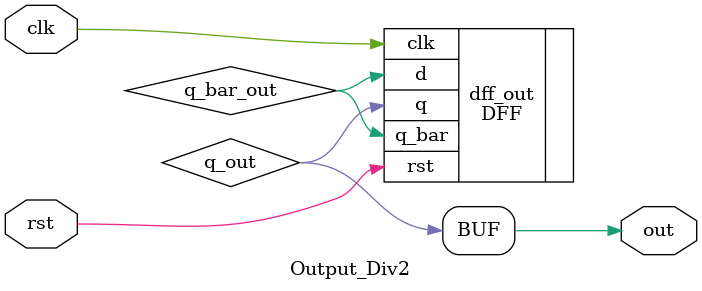
<source format=v>

module Output_Div2 (
    input wire clk,
    input wire rst,
    output wire out
);
    wire q_out, q_bar_out;

    DFF dff_out (
        .clk(clk),
        .rst(rst),
        .d(q_bar_out), // Toggles every rising edge
        .q(q_out),
        .q_bar(q_bar_out)
    );

    assign out = q_out;
endmodule

</source>
